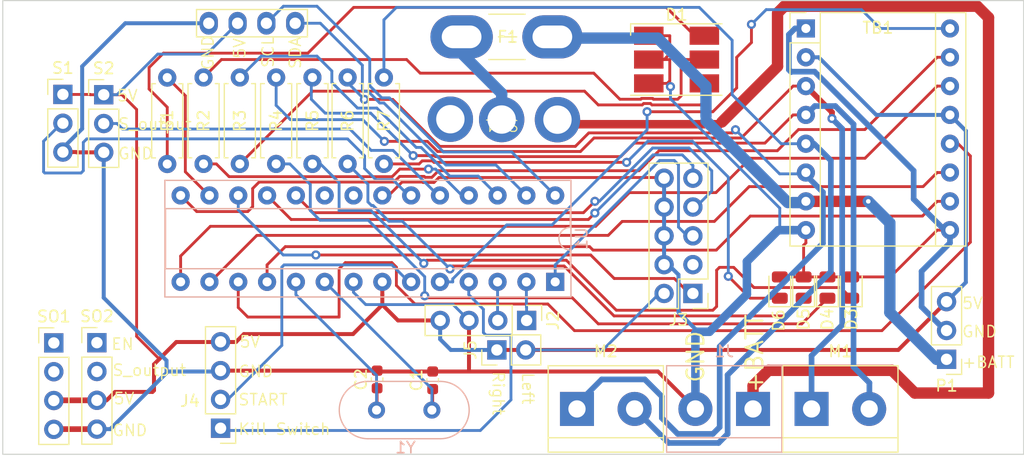
<source format=kicad_pcb>
(kicad_pcb (version 20241229) (generator "pcbnew") (generator_version "9.0")
  (layers (0 "F.Cu" signal) (2 "B.Cu" signal) (13 "F.Paste" user) (15 "B.Paste" user) (5 "F.SilkS" user "F.Silkscreen") (7 "B.SilkS" user "B.Silkscreen") (1 "F.Mask" user) (3 "B.Mask" user) (25 "Edge.Cuts" user))
  (net 0 "")
  (net 1 "GND")
  (net 2 "+5V")
  (net 3 "SCL")
  (net 4 "SDA")
  (net 5 "Net-(U1-XTAL1{slash}PB6)")
  (net 6 "Net-(U1-XTAL2{slash}PB7)")
  (net 7 "Net-(D1-BA)")
  (net 8 "Net-(D1-GA)")
  (net 9 "Net-(D1-RA)")
  (net 10 "Net-(D3-K)")
  (net 11 "Net-(D4-K)")
  (net 12 "Net-(D5-K)")
  (net 13 "Net-(D6-K)")
  (net 14 "Net-(F1-Pad1)")
  (net 15 "+BATT")
  (net 16 "Net-(J1-Pin_1)")
  (net 17 "Net-(J2-Pin_1)")
  (net 18 "Net-(J2-Pin_2)")
  (net 19 "MOSI")
  (net 21 "RST")
  (net 22 "SCK")
  (net 23 "MISO")
  (net 24 "KS")
  (net 25 "START")
  (net 26 "AO1")
  (net 27 "AO2")
  (net 28 "BO1")
  (net 29 "BO2")
  (net 30 "Red")
  (net 31 "Green")
  (net 32 "Blue")
  (net 33 "S1")
  (net 34 "S2")
  (net 35 "EN1")
  (net 36 "SO1")
  (net 37 "EN2")
  (net 38 "SO2")
  (net 39 "PWMA")
  (net 40 "PWMB")
  (net 41 "BIN1")
  (net 42 "BIN2")
  (net 43 "AIN1")
  (net 44 "AIN2")
  (footprint "Capacitor_SMD:C_0603_1608Metric" (layer "F.Cu") (at 144.5 112.275 90)
    (property "Reference" "C1")
    (property "Value" "22pF")
  )
  (footprint "Resistor_THT:R_Axial_DIN0207_L6.3mm_D2.5mm_P7.62mm_Horizontal" (layer "F.Cu") (at 127.5 93.2 90)
    (property "Reference" "R3")
    (property "Value" "220")
  )
  (footprint "TerminalBlock:TerminalBlock_bornier-2_P5.08mm" (layer "F.Cu") (at 157.22 114.8)
    (property "Reference" "M2")
    (property "Value" "Motor_DC")
  )
  (footprint "biblioteka_robocza:128x64OLED" (layer "F.Cu") (at 128.38 91.4)
    (property "Reference" "Brd1" (hide yes))
    (property "Value" "SSD1306")
  )
  (footprint "Connector_PinHeader_2.54mm:PinHeader_1x04_P2.54mm_Vertical" (layer "F.Cu") (at 111.1 108.98)
    (property "Reference" "SO1")
    (property "Value" "pololu 2578")
  )
  (footprint "Connector_PinHeader_2.54mm:PinHeader_1x02_P2.54mm_Vertical" (layer "F.Cu") (at 150.16 109.6 90)
    (property "Reference" "J5")
    (property "Value" "change_direction")
  )
  (footprint "Capacitor_SMD:C_0603_1608Metric" (layer "F.Cu") (at 139.6 112.2 90)
    (property "Reference" "C2")
    (property "Value" "22pF")
  )
  (footprint "Connector_PinHeader_2.54mm:PinHeader_1x03_P2.54mm_Vertical" (layer "F.Cu") (at 115.5 87.1)
    (property "Reference" "S2")
    (property "Value" "QTR-1A")
  )
  (footprint "Module:Pololu_Breakout-16_15.2x20.3mm" (layer "F.Cu") (at 177.4 81.26)
    (property "Reference" "TB1")
    (property "Value" "POLOLU-713")
  )
  (footprint "Resistor_THT:R_Axial_DIN0207_L6.3mm_D2.5mm_P7.62mm_Horizontal" (layer "F.Cu") (at 133.9 93.2 90)
    (property "Reference" "R5")
    (property "Value" "330")
  )
  (footprint "Connector_PinHeader_2.54mm:PinHeader_1x03_P2.54mm_Vertical" (layer "F.Cu") (at 111.9 87.075)
    (property "Reference" "S1")
    (property "Value" "QTR-1A")
  )
  (footprint "Connector_PinHeader_2.54mm:PinHeader_1x03_P2.54mm_Vertical" (layer "F.Cu") (at 189.8 110.425 180)
    (property "Reference" "P1")
    (property "Value" "pololu2119")
  )
  (footprint "Connector_PinHeader_2.54mm:PinHeader_2x05_P2.54mm_Vertical" (layer "F.Cu") (at 167.44 104.62 180)
    (property "Reference" "J3")
    (property "Value" "AVR-ISP-10")
  )
  (footprint "LED_SMD:LED_0805_2012Metric" (layer "F.Cu") (at 181.4 104.1 90)
    (property "Reference" "D3")
    (property "Value" "LED")
  )
  (footprint "biblioteka_robocza:On-On-Switch" (layer "F.Cu") (at 150.5817 89.2881 180)
    (property "Reference" "SW1")
    (property "Value" "SW_DIP_x01")
  )
  (footprint "Connector_PinHeader_2.54mm:PinHeader_1x04_P2.54mm_Vertical" (layer "F.Cu") (at 152.78 107 -90)
    (property "Reference" "J2")
    (property "Value" "uart1")
  )
  (footprint "Resistor_THT:R_Axial_DIN0207_L6.3mm_D2.5mm_P7.62mm_Horizontal" (layer "F.Cu") (at 124.3 85.58 -90)
    (property "Reference" "R2")
    (property "Value" "220")
  )
  (footprint "LED_SMD:LED_0805_2012Metric" (layer "F.Cu") (at 175.1 104.1 90)
    (property "Reference" "D6")
    (property "Value" "LED")
  )
  (footprint "LED_SMD:LED_RGB_Cree-PLCC-6_6x5mm_P2.1mm" (layer "F.Cu") (at 166 84)
    (property "Reference" "D1")
    (property "Value" "LED_RGB")
  )
  (footprint "Resistor_THT:R_Axial_DIN0207_L6.3mm_D2.5mm_P7.62mm_Horizontal" (layer "F.Cu") (at 121.1 93.21 90)
    (property "Reference" "R1")
    (property "Value" "220")
  )
  (footprint "Fuse:Fuse_Blade_Mini_directSolder" (layer "F.Cu") (at 147.05 82)
    (property "Reference" "F1")
    (property "Value" "~2.5A")
  )
  (footprint "Connector_PinHeader_2.54mm:PinHeader_1x04_P2.54mm_Vertical" (layer "F.Cu") (at 125.8 116.5 180)
    (property "Reference" "J4")
    (property "Value" "startmodule")
  )
  (footprint "Resistor_THT:R_Axial_DIN0207_L6.3mm_D2.5mm_P7.62mm_Horizontal" (layer "F.Cu") (at 140.2 93.2 90)
    (property "Reference" "R7")
    (property "Value" "330")
  )
  (footprint "Resistor_THT:R_Axial_DIN0207_L6.3mm_D2.5mm_P7.62mm_Horizontal" (layer "F.Cu") (at 137 93.2 90)
    (property "Reference" "R6")
    (property "Value" "330")
  )
  (footprint "LED_SMD:LED_0805_2012Metric" (layer "F.Cu") (at 179.3 104.1 90)
    (property "Reference" "D4")
    (property "Value" "LED")
  )
  (footprint "TerminalBlock:TerminalBlock_bornier-2_P5.08mm" (layer "F.Cu") (at 177.9 114.8)
    (property "Reference" "M1")
    (property "Value" "Motor_DC")
  )
  (footprint "LED_SMD:LED_0805_2012Metric" (layer "F.Cu") (at 177.2 104.1 90)
    (property "Reference" "D5")
    (property "Value" "LED")
  )
  (footprint "Resistor_THT:R_Axial_DIN0207_L6.3mm_D2.5mm_P7.62mm_Horizontal" (layer "F.Cu") (at 130.7 93.2 90)
    (property "Reference" "R4")
    (property "Value" "330")
  )
  (footprint "Connector_PinHeader_2.54mm:PinHeader_1x04_P2.54mm_Vertical" (layer "F.Cu") (at 114.9 108.96)
    (property "Reference" "SO2")
    (property "Value" "pololu 2578")
  )
  (footprint "Package_DIP:DIP-28_W7.62mm_Socket" (layer "B.Cu") (at 155.3 103.6 90)
    (property "Reference" "U1")
    (property "Value" "ATmega328-P")
  )
  (footprint "TerminalBlock:TerminalBlock_bornier-2_P5.08mm" (layer "B.Cu") (at 172.74 114.8 180)
    (property "Reference" "J1")
    (property "Value" "POWER_CONN")
  )
  (footprint "Crystal:Crystal_HC49-4H_Vertical" (layer "B.Cu") (at 139.55 114.9)
    (property "Reference" "Y1")
    (property "Value" "Crystal")
  )
  (gr_rect (start 106.6 78.8) (end 196.6 118.8) (stroke (width 0.1)) (fill no) (layer "Edge.Cuts"))
  (gr_text "SCL" (at 129.4 84.8 90) (layer "F.SilkS") (effects (font (size 1 1) (thickness 0.125)) (justify left top)))
  (gr_text "+BATT" (at 172 113.5 90) (layer "F.SilkS") (effects (font (size 1.5 1.5) (thickness 0.1875)) (justify left top)))
  (gr_text "GND" (at 116.2 116.1 0) (layer "F.SilkS") (effects (font (size 1 1) (thickness 0.125)) (justify left top)))
  (gr_text "5V" (at 126.9 84 90) (layer "F.SilkS") (effects (font (size 1 1) (thickness 0.125)) (justify left top)))
  (gr_text "5V" (at 127.4 108.3 0) (layer "F.SilkS") (effects (font (size 1 1) (thickness 0.125)) (justify left top)))
  (gr_text "S_output" (at 116.7 89.1 0) (layer "F.SilkS") (effects (font (size 1 1) (thickness 0.125)) (justify left top)))
  (gr_text "GND\n" (at 116.7 91.7 0) (layer "F.SilkS") (effects (font (size 1 1) (thickness 0.125)) (justify left top)))
  (gr_text "5V\n" (at 116.6 86.6 0) (layer "F.SilkS") (effects (font (size 1 1) (thickness 0.125)) (justify left top)))
  (gr_text "EN" (at 116.1 108.5 0) (layer "F.SilkS") (effects (font (size 1 1) (thickness 0.125)) (justify left top)))
  (gr_text "GND" (at 124.1 85 90) (layer "F.SilkS") (effects (font (size 1 1) (thickness 0.125)) (justify left top)))
  (gr_text "GND" (at 166.8 112.6 90) (layer "F.SilkS") (effects (font (size 1.5 1.5) (thickness 0.1875)) (justify left top)))
  (gr_text "GND" (at 191.1 107.4 0) (layer "F.SilkS") (effects (font (size 1 1) (thickness 0.125)) (justify left top)))
  (gr_text "Left" (at 152.3 111.5 270) (layer "F.SilkS") (effects (font (size 1 1) (thickness 0.125)) (justify left bottom)))
  (gr_text "5V" (at 116.3 113.3 0) (layer "F.SilkS") (effects (font (size 1 1) (thickness 0.125)) (justify left top)))
  (gr_text "START" (at 127.3 113.4 0) (layer "F.SilkS") (effects (font (size 1 1) (thickness 0.125)) (justify left top)))
  (gr_text "Kill Switch" (at 127.3 116 0) (layer "F.SilkS") (effects (font (size 1 1) (thickness 0.125)) (justify left top)))
  (gr_text "Right" (at 149.7 111.4 270) (layer "F.SilkS") (effects (font (size 1 1) (thickness 0.125)) (justify left bottom)))
  (gr_text "GND" (at 127.3 110.9 0) (layer "F.SilkS") (effects (font (size 1 1) (thickness 0.125)) (justify left top)))
  (gr_text "5V" (at 191.1 104.9 0) (layer "F.SilkS") (effects (font (size 1 1) (thickness 0.125)) (justify left top)))
  (gr_text "+BATT" (at 191.1 110.1 0) (layer "F.SilkS") (effects (font (size 1 1) (thickness 0.125)) (justify left top)))
  (gr_text "S_output" (at 116.2 110.8 0) (layer "F.SilkS") (effects (font (size 1 1) (thickness 0.125)) (justify left top)))
  (gr_text "SDA" (at 131.8 84.9 90) (layer "F.SilkS") (effects (font (size 1 1) (thickness 0.125)) (justify left top)))
  (segment (start 164.36 111.5) (end 147.7 111.5) (width 0.35) (layer "F.Cu") (net 1))
  (segment (start 140.06 95.98) (end 140.62 95.98) (width 0.25) (layer "F.Cu") (net 1))
  (segment (start 144.617801 94.8333) (end 145.051101 94.4) (width 0.25) (layer "F.Cu") (net 1))
  (segment (start 165.4 83.5) (end 164.9 84) (width 0.25) (layer "F.Cu") (net 1))
  (segment (start 163.55 81.9) (end 165.4 81.9) (width 0.25) (layer "F.Cu") (net 1))
  (segment (start 164.9 84) (end 164.3635 84) (width 0.25) (layer "F.Cu") (net 1))
  (segment (start 111.12 116.58) (end 111.1 116.6) (width 0.25) (layer "F.Cu") (net 1))
  (segment (start 167.66 114.8) (end 164.36 111.5) (width 0.35) (layer "F.Cu") (net 1))
  (segment (start 165.4 84) (end 165.4 85.8769) (width 0.25) (layer "F.Cu") (net 1))
  (segment (start 165.4 85.8769) (end 165.1769 86.1) (width 0.25) (layer "F.Cu") (net 1))
  (segment (start 184.8506 103.1625) (end 181.4 103.1625) (width 0.25) (layer "F.Cu") (net 1))
  (segment (start 165.4 81.9) (end 165.4 83.5) (width 0.25) (layer "F.Cu") (net 1))
  (segment (start 190.1 99.04) (end 188.9731 99.04) (width 0.25) (layer "F.Cu") (net 1))
  (segment (start 143.644399 94.8333) (end 144.617801 94.8333) (width 0.25) (layer "F.Cu") (net 1))
  (segment (start 177.2 103.1625) (end 179.3 103.1625) (width 0.25) (layer "F.Cu") (net 1))
  (segment (start 115.5 92.18) (end 113.1019 92.18) (width 0.35) (layer "F.Cu") (net 1))
  (segment (start 177.4 99.04) (end 177.4 100.1669) (width 0.25) (layer "F.Cu") (net 1))
  (segment (start 145.051101 94.4) (end 164.84 94.4) (width 0.25) (layer "F.Cu") (net 1))
  (segment (start 164.84 94.4) (end 164.9 94.46) (width 0.25) (layer "F.Cu") (net 1))
  (segment (start 177.4 100.1669) (end 177.2 100.3669) (width 0.25) (layer "F.Cu") (net 1))
  (segment (start 125.995 111.425) (end 125.8 111.62) (width 0.25) (layer "F.Cu") (net 1))
  (segment (start 188.9731 99.04) (end 184.8506 103.1625) (width 0.25) (layer "F.Cu") (net 1))
  (segment (start 163.55 86.1) (end 165.1769 86.1) (width 0.25) (layer "F.Cu") (net 1))
  (segment (start 144.5 111.5) (end 139.675 111.5) (width 0.35) (layer "F.Cu") (net 1))
  (segment (start 113.1019 92.18) (end 113.0769 92.155) (width 0.25) (layer "F.Cu") (net 1))
  (segment (start 147.7 107) (end 147.7 108.1769) (width 0.35) (layer "F.Cu") (net 1))
  (segment (start 147.7 111.5) (end 144.5 111.5) (width 0.35) (layer "F.Cu") (net 1))
  (segment (start 141.8 94.8) (end 143.611099 94.8) (width 0.25) (layer "F.Cu") (net 1))
  (segment (start 114.9 116.58) (end 111.12 116.58) (width 0.5) (layer "F.Cu") (net 1))
  (segment (start 165.1769 86.1) (end 165.4612 86.3843) (width 0.25) (layer "F.Cu") (net 1))
  (segment (start 164.3635 84) (end 165.4 84) (width 0.25) (layer "F.Cu") (net 1))
  (segment (start 147.7 108.1769) (end 147.7 111.5) (width 0.35) (layer "F.Cu") (net 1))
  (segment (start 111.9 92.155) (end 113.0769 92.155) (width 0.35) (layer "F.Cu") (net 1))
  (segment (start 163.55 84) (end 164.3635 84) (width 0.25) (layer "F.Cu") (net 1))
  (segment (start 139.675 111.5) (end 139.6 111.425) (width 0.25) (layer "F.Cu") (net 1))
  (segment (start 177.2 103.1625) (end 175.1 103.1625) (width 0.25) (layer "F.Cu") (net 1))
  (segment (start 140.62 95.98) (end 141.8 94.8) (width 0.25) (layer "F.Cu") (net 1))
  (segment (start 143.611099 94.8) (end 143.644399 94.8333) (width 0.25) (layer "F.Cu") (net 1))
  (segment (start 139.6 111.425) (end 125.995 111.425) (width 0.35) (layer "F.Cu") (net 1))
  (segment (start 111.1 116.6) (end 111.1 116.48) (width 0.25) (layer "F.Cu") (net 1))
  (segment (start 179.3 103.1625) (end 181.4 103.1625) (width 0.25) (layer "F.Cu") (net 1))
  (segment (start 177.2 100.3669) (end 177.2 103.1625) (width 0.25) (layer "F.Cu") (net 1))
  (via (at 165.4612 86.3843) (size 0.8) (drill 0.4) (layers "F.Cu" "B.Cu") (net 1))
  (segment (start 167.66 108.1) (end 167.66 107.76) (width 0.35) (layer "B.Cu") (net 1))
  (segment (start 176.132382 85.067618) (end 178.167618 85.067618) (width 0.5) (layer "B.Cu") (net 1))
  (segment (start 175.9 81.8) (end 175.9 84.9) (width 0.5) (layer "B.Cu") (net 1))
  (segment (start 137.52 104.52) (end 137.52 103.6) (width 0.25) (layer "B.Cu") (net 1))
  (segment (start 165.4612 86.3843) (end 165.4612 87.4612) (width 0.25) (layer "B.Cu") (net 1))
  (segment (start 168.9 108) (end 172.2 104.7) (width 0.75) (layer "B.Cu") (net 1))
  (segment (start 166.1701 102.9701) (end 165.28 102.08) (width 0.35) (layer "B.Cu") (net 1))
  (segment (start 146.3 105.6) (end 138.6 105.6) (width 0.25) (layer "B.Cu") (net 1))
  (segment (start 117.4 80.8) (end 124.76 80.8) (width 0.35) (layer "B.Cu") (net 1))
  (segment (start 167.76 108) (end 168.9 108) (width 0.75) (layer "B.Cu") (net 1))
  (segment (start 175.0975 97.0975) (end 175.0975 99.04) (width 0.25) (layer "B.Cu") (net 1))
  (segment (start 114.9 116.58) (end 116.0769 116.58) (width 0.35) (layer "B.Cu") (net 1))
  (segment (start 190.1 100.1669) (end 187.6 102.6669) (width 0.5) (layer "B.Cu") (net 1))
  (segment (start 164.9 97) (end 164.9 99.54) (width 0.35) (layer "B.Cu") (net 1))
  (segment (start 167.66 107.76) (end 166.1701 106.2701) (width 0.35) (layer "B.Cu") (net 1))
  (segment (start 186.9 96.3) (end 189.64 99.04) (width 0.5) (layer "B.Cu") (net 1))
  (segment (start 164.9 102.08) (end 165.28 102.08) (width 0.25) (layer "B.Cu") (net 1))
  (segment (start 167.66 108.1) (end 167.66 114.8) (width 0.75) (layer "B.Cu") (net 1))
  (segment (start 189.685 107.885) (end 189.8 107.885) (width 0.25) (layer "B.Cu") (net 1))
  (segment (start 187.6 102.6669) (end 187.6 105.8) (width 0.5) (layer "B.Cu") (net 1))
  (segment (start 167.66 108.1) (end 167.76 108) (width 0.75) (layer "B.Cu") (net 1))
  (segment (start 177.4 99.04) (end 176.2731 99.04) (width 0.75) (layer "B.Cu") (net 1))
  (segment (start 115.5 105) (end 121.0369 110.5369) (width 0.35) (layer "B.Cu") (net 1))
  (segment (start 186.9 93.8) (end 186.9 96.3) (width 0.5) (layer "B.Cu") (net 1))
  (segment (start 187.6 105.8) (end 189.685 107.885) (width 0.5) (layer "B.Cu") (net 1))
  (segment (start 176.1 85.1) (end 176.132382 85.067618) (width 0.5) (layer "B.Cu") (net 1))
  (segment (start 138.6 105.6) (end 137.52 104.52) (width 0.25) (layer "B.Cu") (net 1))
  (segment (start 113.6 84.6) (end 117.4 80.8) (width 0.35) (layer "B.Cu") (net 1))
  (segment (start 174.96 99.04) (end 175.0975 99.04) (width 0.75) (layer "B.Cu") (net 1))
  (segment (start 177.4 81.26) (end 176.44 81.26) (width 0.5) (layer "B.Cu") (net 1))
  (segment (start 111.9 92.155) (end 111.9 91.8) (width 0.25) (layer "B.Cu") (net 1))
  (segment (start 190.1 99.04) (end 190.1 100.1669) (width 0.5) (layer "B.Cu") (net 1))
  (segment (start 164.9 99.54) (end 164.9 100.9031) (width 0.35) (layer "B.Cu") (net 1))
  (segment (start 111.9 91.8) (end 113.6 90.1) (width 0.35) (layer "B.Cu") (net 1))
  (segment (start 121.0369 111.62) (end 116.0769 116.58) (width 0.35) (layer "B.Cu") (net 1))
  (segment (start 172.2 104.7) (end 172.2 101.8) (width 0.75) (layer "B.Cu") (net 1))
  (segment (start 125.8 111.62) (end 125.68 111.5) (width 0.25) (layer "B.Cu") (net 1))
  (segment (start 121.1569 111.5) (end 121.0369 111.62) (width 0.25) (layer "B.Cu") (net 1))
  (segment (start 164.9 94.46) (end 164.9 97) (width 0.35) (layer "B.Cu") (net 1))
  (segment (start 175.9 84.9) (end 176.1 85.1) (width 0.5) (layer "B.Cu") (net 1))
  (segment (start 113.6 90.1) (end 113.6 84.6) (width 0.35) (layer "B.Cu") (net 1))
  (segment (start 178.167618 85.067618) (end 186.9 93.8) (width 0.5) (layer "B.Cu") (net 1))
  (segment (start 121.0369 110.5369) (end 121.0369 111.62) (width 0.35) (layer "B.Cu") (net 1))
  (segment (start 175.0975 99.04) (end 176.2731 99.04) (width 0.75) (layer "B.Cu") (net 1))
  (segment (start 164.9 102.08) (end 164.9 100.9031) (width 0.35) (layer "B.Cu") (net 1))
  (segment (start 125.68 111.5) (end 121.1569 111.5) (width 0.35) (layer "B.Cu") (net 1))
  (segment (start 147.7 107) (end 146.3 105.6) (width 0.25) (layer "B.Cu") (net 1))
  (segment (start 172.2 101.8) (end 174.96 99.04) (width 0.75) (layer "B.Cu") (net 1))
  (segment (start 189.64 99.04) (end 190.1 99.04) (width 0.25) (layer "B.Cu") (net 1))
  (segment (start 176.44 81.26) (end 175.9 81.8) (width 0.5) (layer "B.Cu") (net 1))
  (segment (start 166.1701 106.2701) (end 166.1701 102.9701) (width 0.35) (layer "B.Cu") (net 1))
  (segment (start 115.5 92.18) (end 115.5 105) (width 0.35) (layer "B.Cu") (net 1))
  (segment (start 165.4612 87.4612) (end 175.0975 97.0975) (width 0.25) (layer "B.Cu") (net 1))
  (segment (start 120.4 110.4) (end 121.9 108.9) (width 0.35) (layer "F.Cu") (net 2))
  (segment (start 140.06 103.6) (end 140.06 104.7269) (width 0.35) (layer "F.Cu") (net 2))
  (segment (start 119.8 113.3) (end 116.5 113.3) (width 0.35) (layer "F.Cu") (net 2))
  (segment (start 140.06 105.6183) (end 141.4417 107) (width 0.35) (layer "F.Cu") (net 2))
  (segment (start 140.06 104.7269) (end 140.06 105.6183) (width 0.35) (layer "F.Cu") (net 2))
  (segment (start 137.4783 108.2) (end 140.06 105.6183) (width 0.35) (layer "F.Cu") (net 2))
  (segment (start 127.8569 108.2) (end 137.4783 108.2) (width 0.35) (layer "F.Cu") (net 2))
  (segment (start 127.1569 108.9) (end 127.8569 108.2) (width 0.35) (layer "F.Cu") (net 2))
  (segment (start 185.545 109.6) (end 189.8 105.345) (width 0.35) (layer "F.Cu") (net 2))
  (segment (start 121.9 108.9) (end 127.1569 108.9) (width 0.35) (layer "F.Cu") (net 2))
  (segment (start 114.2981 87.075) (end 114.3231 87.1) (width 0.25) (layer "F.Cu") (net 2))
  (segment (start 141.4417 107) (end 143.9831 107) (width 0.35) (layer "F.Cu") (net 2))
  (segment (start 111.12 114.04) (end 111.1 114.06) (width 0.25) (layer "F.Cu") (net 2))
  (segment (start 117.1 87.1) (end 115.5 87.1) (width 0.25) (layer "F.Cu") (net 2))
  (segment (start 111.1 114.06) (end 111.1 113.94) (width 0.25) (layer "F.Cu") (net 2))
  (segment (start 118.4 108.4) (end 118.4 88.4) (width 0.25) (layer "F.Cu") (net 2))
  (segment (start 150.16 109.6) (end 152.7 109.6) (width 0.35) (layer "F.Cu") (net 2))
  (segment (start 114.9 114.04) (end 111.12 114.04) (width 0.5) (layer "F.Cu") (net 2))
  (segment (start 118.4 88.4) (end 117.1 87.1) (width 0.25) (layer "F.Cu") (net 2))
  (segment (start 114.9 114.04) (end 115.76 114.04) (width 0.25) (layer "F.Cu") (net 2))
  (segment (start 116.5 113.3) (end 115.76 114.04) (width 0.35) (layer "F.Cu") (net 2))
  (segment (start 120.4 110.4) (end 118.4 108.4) (width 0.25) (layer "F.Cu") (net 2))
  (segment (start 120.4 110.4) (end 119.9315 110.8685) (width 0.35) (layer "F.Cu") (net 2))
  (segment (start 145.16 107) (end 143.9831 107) (width 0.35) (layer "F.Cu") (net 2))
  (segment (start 152.7 109.6) (end 185.545 109.6) (width 0.35) (layer "F.Cu") (net 2))
  (segment (start 119.9315 113.1685) (end 119.8 113.3) (width 0.35) (layer "F.Cu") (net 2))
  (segment (start 115.5 87.1) (end 114.3231 87.1) (width 0.25) (layer "F.Cu") (net 2))
  (segment (start 119.9315 110.8685) (end 119.9315 113.1685) (width 0.35) (layer "F.Cu") (net 2))
  (segment (start 111.9 87.075) (end 114.2981 87.075) (width 0.25) (layer "F.Cu") (net 2))
  (segment (start 124.6 83.5) (end 124.4 83.5) (width 0.25) (layer "B.Cu") (net 2))
  (segment (start 152.7 109.6) (end 159.5 109.6) (width 0.25) (layer "B.Cu") (net 2))
  (segment (start 145.16 107) (end 145.16 108.66) (width 0.35) (layer "B.Cu") (net 2))
  (segment (start 178.5269 83.8) (end 183.6069 88.88) (width 0.35) (layer "B.Cu") (net 2))
  (segment (start 191.5 90.28) (end 190.1 88.88) (width 0.35) (layer "B.Cu") (net 2))
  (segment (start 191.5 103.645) (end 191.5 90.28) (width 0.35) (layer "B.Cu") (net 2))
  (segment (start 145.16 108.66) (end 146.1 109.6) (width 0.35) (layer "B.Cu") (net 2))
  (segment (start 124.38 83.52) (end 120.2569 83.52) (width 0.25) (layer "B.Cu") (net 2))
  (segment (start 159.5 109.6) (end 164.48 104.62) (width 0.25) (layer "B.Cu") (net 2))
  (segment (start 116.6769 87.1) (end 115.5 87.1) (width 0.25) (layer "B.Cu") (net 2))
  (segment (start 146.1 109.6) (end 150.16 109.6) (width 0.35) (layer "B.Cu") (net 2))
  (segment (start 189.8 105.345) (end 191.5 103.645) (width 0.35) (layer "B.Cu") (net 2))
  (segment (start 124.4 83.5) (end 124.38 83.52) (width 0.25) (layer "B.Cu") (net 2))
  (segment (start 120.2569 83.52) (end 116.6769 87.1) (width 0.25) (layer "B.Cu") (net 2))
  (segment (start 177.4 83.8) (end 178.5269 83.8) (width 0.35) (layer "B.Cu") (net 2))
  (segment (start 164.48 104.62) (end 164.9 104.62) (width 0.25) (layer "B.Cu") (net 2))
  (segment (start 127.3 80.8) (end 124.6 83.5) (width 0.25) (layer "B.Cu") (net 2))
  (segment (start 183.6069 88.88) (end 190.1 88.88) (width 0.35) (layer "B.Cu") (net 2))
  (segment (start 138.9519 83.9519) (end 134.3 79.3) (width 0.25) (layer "B.Cu") (net 3))
  (segment (start 145.4488 92.1488) (end 140.6771 87.3771) (width 0.25) (layer "B.Cu") (net 3))
  (segment (start 134.3 79.3) (end 131.34 79.3) (width 0.25) (layer "B.Cu") (net 3))
  (segment (start 140.013496 87.3771) (end 138.976296 86.3399) (width 0.25) (layer "B.Cu") (net 3))
  (segment (start 140.6771 87.3771) (end 140.013496 87.3771) (width 0.25) (layer "B.Cu") (net 3))
  (segment (start 131.34 79.3) (end 129.84 80.8) (width 0.25) (layer "B.Cu") (net 3))
  (segment (start 155.3 95.98) (end 151.4688 92.1488) (width 0.25) (layer "B.Cu") (net 3))
  (segment (start 151.4688 92.1488) (end 145.4488 92.1488) (width 0.25) (layer "B.Cu") (net 3))
  (segment (start 138.9519 86.3399) (end 138.9519 83.9519) (width 0.25) (layer "B.Cu") (net 3))
  (segment (start 138.976296 86.3399) (end 138.9519 86.3399) (width 0.25) (layer "B.Cu") (net 3))
  (segment (start 134.6 80.8) (end 138.3 84.5) (width 0.25) (layer "B.Cu") (net 4))
  (segment (start 145.666896 93.2971) (end 150.0771 93.2971) (width 0.25) (layer "B.Cu") (net 4))
  (segment (start 138.3 86.696804) (end 138.393096 86.7899) (width 0.25) (layer "B.Cu") (net 4))
  (segment (start 138.393096 86.7899) (end 138.7899 86.7899) (width 0.25) (layer "B.Cu") (net 4))
  (segment (start 138.7899 86.7899) (end 139.8271 87.8271) (width 0.25) (layer "B.Cu") (net 4))
  (segment (start 140.196896 87.8271) (end 145.666896 93.2971) (width 0.25) (layer "B.Cu") (net 4))
  (segment (start 150.0771 93.2971) (end 152.76 95.98) (width 0.25) (layer "B.Cu") (net 4))
  (segment (start 138.3 84.5) (end 138.3 86.696804) (width 0.25) (layer "B.Cu") (net 4))
  (segment (start 132.38 80.8) (end 134.6 80.8) (width 0.25) (layer "B.Cu") (net 4))
  (segment (start 139.8271 87.8271) (end 140.196896 87.8271) (width 0.25) (layer "B.Cu") (net 4))
  (segment (start 144.5 114.83) (end 144.5 113.05) (width 0.25) (layer "F.Cu") (net 5))
  (segment (start 144.43 114.9) (end 144.5 114.83) (width 0.25) (layer "F.Cu") (net 5))
  (segment (start 142.78 111.4) (end 142.8 111.4) (width 0.25) (layer "B.Cu") (net 5))
  (segment (start 134.98 103.6) (end 142.78 111.4) (width 0.25) (layer "B.Cu") (net 5))
  (segment (start 144.43 113.03) (end 144.43 114.9) (width 0.25) (layer "B.Cu") (net 5))
  (segment (start 142.8 111.4) (end 144.43 113.03) (width 0.25) (layer "B.Cu") (net 5))
  (segment (start 139.55 114.9) (end 139.6 114.85) (width 0.25) (layer "F.Cu") (net 6))
  (segment (start 139.6 114.85) (end 139.6 112.975) (width 0.25) (layer "F.Cu") (net 6))
  (segment (start 132.44 103.6) (end 132.44 104.7269) (width 0.25) (layer "B.Cu") (net 6))
  (segment (start 139.55 114.9) (end 139.55 111.8369) (width 0.25) (layer "B.Cu") (net 6))
  (segment (start 139.55 111.8369) (end 132.44 104.7269) (width 0.25) (layer "B.Cu") (net 6))
  (segment (start 157.888 86.788) (end 133.912 86.788) (width 0.25) (layer "F.Cu") (net 7))
  (segment (start 168.45 86.1) (end 168.45 87.65) (width 0.25) (layer "F.Cu") (net 7))
  (segment (start 168.45 87.65) (end 168.1 88) (width 0.25) (layer "F.Cu") (net 7))
  (segment (start 163.099695 87.875) (end 162.974695 88) (width 0.25) (layer "F.Cu") (net 7))
  (segment (start 163.700305 87.875) (end 163.099695 87.875) (width 0.25) (layer "F.Cu") (net 7))
  (segment (start 133.912 86.788) (end 127.5 93.2) (width 0.25) (layer "F.Cu") (net 7))
  (segment (start 162.974695 88) (end 159.1 88) (width 0.25) (layer "F.Cu") (net 7))
  (segment (start 168.1 88) (end 163.825305 88) (width 0.25) (layer "F.Cu") (net 7))
  (segment (start 163.825305 88) (end 163.700305 87.875) (width 0.25) (layer "F.Cu") (net 7))
  (segment (start 159.1 88) (end 157.888 86.788) (width 0.25) (layer "F.Cu") (net 7))
  (segment (start 143.4 85.2) (end 158.7 85.2) (width 0.25) (layer "F.Cu") (net 8))
  (segment (start 166.1 87.5) (end 166.4 87.2) (width 0.25) (layer "F.Cu") (net 8))
  (segment (start 163.961701 87.5) (end 166.1 87.5) (width 0.25) (layer "F.Cu") (net 8))
  (segment (start 125.88 84) (end 142.2 84) (width 0.25) (layer "F.Cu") (net 8))
  (segment (start 161 87.5) (end 162.838299 87.5) (width 0.25) (layer "F.Cu") (net 8))
  (segment (start 166.8231 84) (end 168.45 84) (width 0.25) (layer "F.Cu") (net 8))
  (segment (start 142.2 84) (end 143.4 85.2) (width 0.25) (layer "F.Cu") (net 8))
  (segment (start 166.4 84.4231) (end 166.8231 84) (width 0.25) (layer "F.Cu") (net 8))
  (segment (start 162.913299 87.425) (end 163.886701 87.425) (width 0.25) (layer "F.Cu") (net 8))
  (segment (start 124.3 85.58) (end 125.88 84) (width 0.25) (layer "F.Cu") (net 8))
  (segment (start 166.4 87.2) (end 166.4 84.4231) (width 0.25) (layer "F.Cu") (net 8))
  (segment (start 158.7 85.2) (end 161 87.5) (width 0.25) (layer "F.Cu") (net 8))
  (segment (start 163.886701 87.425) (end 163.961701 87.5) (width 0.25) (layer "F.Cu") (net 8))
  (segment (start 162.838299 87.5) (end 162.913299 87.425) (width 0.25) (layer "F.Cu") (net 8))
  (segment (start 133.5022 83.4341) (end 120.7659 83.4341) (width 0.25) (layer "F.Cu") (net 9))
  (segment (start 167.6 81.9) (end 165.1 79.4) (width 0.25) (layer "F.Cu") (net 9))
  (segment (start 165.1 79.4) (end 137.5363 79.4) (width 0.25) (layer "F.Cu") (net 9))
  (segment (start 119.5 84.7) (end 119.5 86.6) (width 0.25) (layer "F.Cu") (net 9))
  (segment (start 168.45 81.9) (end 167.6 81.9) (width 0.25) (layer "F.Cu") (net 9))
  (segment (start 119.5 86.6) (end 121.1 88.2) (width 0.25) (layer "F.Cu") (net 9))
  (segment (start 121.1 88.2) (end 121.1 93.21) (width 0.25) (layer "F.Cu") (net 9))
  (segment (start 137.5363 79.4) (end 133.5022 83.4341) (width 0.25) (layer "F.Cu") (net 9))
  (segment (start 120.7659 83.4341) (end 119.5 84.7) (width 0.25) (layer "F.Cu") (net 9))
  (segment (start 171.0382 102.3192) (end 169.7808 102.3192) (width 0.25) (layer "F.Cu") (net 10))
  (segment (start 172.819 104.1) (end 171.0382 102.3192) (width 0.25) (layer "F.Cu") (net 10))
  (segment (start 169.5316 105.7684) (end 169.2 106.1) (width 0.25) (layer "F.Cu") (net 10))
  (segment (start 181.4 105.0375) (end 180.4625 104.1) (width 0.25) (layer "F.Cu") (net 10))
  (segment (start 160.6914 106.1) (end 156.2852 101.6938) (width 0.25) (layer "F.Cu") (net 10))
  (segment (start 143.9921 101.6938) (end 143.7153 101.9706) (width 0.25) (layer "F.Cu") (net 10))
  (segment (start 169.7808 102.3192) (end 169.5316 102.5684) (width 0.25) (layer "F.Cu") (net 10))
  (segment (start 180.4625 104.1) (end 172.819 104.1) (width 0.25) (layer "F.Cu") (net 10))
  (segment (start 169.5316 102.5684) (end 169.5316 105.7684) (width 0.25) (layer "F.Cu") (net 10))
  (segment (start 169.2 106.1) (end 160.6914 106.1) (width 0.25) (layer "F.Cu") (net 10))
  (segment (start 156.2852 101.6938) (end 143.9921 101.6938) (width 0.25) (layer "F.Cu") (net 10))
  (via (at 143.7153 101.9706) (size 0.8) (drill 0.4) (layers "F.Cu" "B.Cu") (net 10))
  (segment (start 136.25 97.3125) (end 139.0572 97.3125) (width 0.25) (layer "B.Cu") (net 10))
  (segment (start 136.25 94.85) (end 136.25 97.3125) (width 0.25) (layer "B.Cu") (net 10))
  (segment (start 134.6 93.2) (end 136.25 94.85) (width 0.25) (layer "B.Cu") (net 10))
  (segment (start 139.0572 97.3125) (end 143.7153 101.9706) (width 0.25) (layer "B.Cu") (net 10))
  (segment (start 133.9 93.2) (end 134.6 93.2) (width 0.25) (layer "B.Cu") (net 10))
  (segment (start 143.9731 105) (end 143.7963 104.8232) (width 0.25) (layer "F.Cu") (net 11))
  (segment (start 179.3 105.0375) (end 177.0375 107.3) (width 0.25) (layer "F.Cu") (net 11))
  (segment (start 177.0375 107.3) (end 159.1 107.3) (width 0.25) (layer "F.Cu") (net 11))
  (segment (start 156.8 105) (end 143.9731 105) (width 0.25) (layer "F.Cu") (net 11))
  (segment (start 159.1 107.3) (end 156.8 105) (width 0.25) (layer "F.Cu") (net 11))
  (via (at 143.7963 104.8232) (size 0.8) (drill 0.4) (layers "F.Cu" "B.Cu") (net 11))
  (segment (start 130.7 93.2) (end 131.9 93.2) (width 0.25) (layer "B.Cu") (net 11))
  (segment (start 138.8225 98.1656) (end 143.7963 103.1394) (width 0.25) (layer "B.Cu") (net 11))
  (segment (start 133.71 97.31) (end 134.5656 98.1656) (width 0.25) (layer "B.Cu") (net 11))
  (segment (start 131.9 93.2) (end 133.71 95.01) (width 0.25) (layer "B.Cu") (net 11))
  (segment (start 134.5656 98.1656) (end 138.8225 98.1656) (width 0.25) (layer "B.Cu") (net 11))
  (segment (start 133.71 95.01) (end 133.71 97.31) (width 0.25) (layer "B.Cu") (net 11))
  (segment (start 143.7963 103.1394) (end 143.7963 104.8232) (width 0.25) (layer "B.Cu") (net 11))
  (segment (start 177.2 105.0375) (end 175.6375 106.6) (width 0.25) (layer "F.Cu") (net 12))
  (segment (start 156.0867 102.2) (end 146.2827 102.2) (width 0.25) (layer "F.Cu") (net 12))
  (segment (start 146.2827 102.2) (end 146.0263 102.4564) (width 0.25) (layer "F.Cu") (net 12))
  (segment (start 175.6375 106.6) (end 160.4867 106.6) (width 0.25) (layer "F.Cu") (net 12))
  (segment (start 160.4867 106.6) (end 156.0867 102.2) (width 0.25) (layer "F.Cu") (net 12))
  (via (at 146.0263 102.4564) (size 0.8) (drill 0.4) (layers "F.Cu" "B.Cu") (net 12))
  (segment (start 137 93.2) (end 138.79 94.99) (width 0.25) (layer "B.Cu") (net 12))
  (segment (start 139.10565 96.8625) (end 139.243596 96.8625) (width 0.25) (layer "B.Cu") (net 12))
  (segment (start 138.79 96.54685) (end 139.10565 96.8625) (width 0.25) (layer "B.Cu") (net 12))
  (segment (start 140.636496 98.2554) (end 141.8253 98.2554) (width 0.25) (layer "B.Cu") (net 12))
  (segment (start 139.243596 96.8625) (end 140.636496 98.2554) (width 0.25) (layer "B.Cu") (net 12))
  (segment (start 141.8253 98.2554) (end 146.0263 102.4564) (width 0.25) (layer "B.Cu") (net 12))
  (segment (start 138.79 94.99) (end 138.79 96.54685) (width 0.25) (layer "B.Cu") (net 12))
  (segment (start 172.492 105.0375) (end 170.5601 103.1056) (width 0.25) (layer "F.Cu") (net 13))
  (segment (start 144.611204 93.0627) (end 144.479404 92.9309) (width 0.25) (layer "F.Cu") (net 13))
  (segment (start 161.5956 93.0627) (end 144.611204 93.0627) (width 0.25) (layer "F.Cu") (net 13))
  (segment (start 143.5767 92.9309) (end 143.3076 93.2) (width 0.25) (layer "F.Cu") (net 13))
  (segment (start 144.479404 92.9309) (end 143.5767 92.9309) (width 0.25) (layer "F.Cu") (net 13))
  (segment (start 175.1 105.0375) (end 172.492 105.0375) (width 0.25) (layer "F.Cu") (net 13))
  (segment (start 143.3076 93.2) (end 140.2 93.2) (width 0.25) (layer "F.Cu") (net 13))
  (via (at 161.5956 93.0627) (size 0.8) (drill 0.4) (layers "F.Cu" "B.Cu") (net 13))
  (via (at 170.5601 103.1056) (size 0.8) (drill 0.4) (layers "F.Cu" "B.Cu") (net 13))
  (segment (start 163.4583 91.2) (end 167.4 91.2) (width 0.25) (layer "B.Cu") (net 13))
  (segment (start 161.5956 93.0627) (end 163.4583 91.2) (width 0.25) (layer "B.Cu") (net 13))
  (segment (start 170.5601 94.3601) (end 170.5601 103.1056) (width 0.25) (layer "B.Cu") (net 13))
  (segment (start 167.4 91.2) (end 170.5601 94.3601) (width 0.25) (layer "B.Cu") (net 13))
  (segment (start 147.05 82) (end 147.05 83.45) (width 0.25) (layer "B.Cu") (net 14))
  (segment (start 147.05 83.45) (end 150.5817 86.9817) (width 1) (layer "B.Cu") (net 14))
  (segment (start 150.5817 86.9817) (end 150.5817 89.2881) (width 1) (layer "B.Cu") (net 14))
  (segment (start 177.4 96.5) (end 182.9 96.5) (width 1) (layer "F.Cu") (net 15))
  (via (at 182.9 96.5) (size 0.8) (drill 0.4) (layers "F.Cu" "B.Cu") (net 15))
  (segment (start 184.8 106.3) (end 184.8 98.4) (width 1) (layer "B.Cu") (net 15))
  (segment (start 154.98555 82.10865) (end 164.33555 82.10865) (width 1) (layer "B.Cu") (net 15))
  (segment (start 184.8 98.4) (end 182.9 96.5) (width 1) (layer "B.Cu") (net 15))
  (segment (start 168.59135 88.99135) (end 168.59135 89.39135) (width 0.75) (layer "B.Cu") (net 15))
  (segment (start 164.33555 82.10865) (end 168.59135 86.36445) (width 1) (layer "B.Cu") (net 15))
  (segment (start 176.20865 96.60865) (end 177.33555 96.60865) (width 1) (layer "B.Cu") (net 15))
  (segment (start 188.925 110.425) (end 184.8 106.3) (width 1) (layer "B.Cu") (net 15))
  (segment (start 189.8 110.425) (end 188.925 110.425) (width 1) (layer "B.Cu") (net 15))
  (segment (start 168.59135 89.39135) (end 175.80865 96.60865) (width 1) (layer "B.Cu") (net 15))
  (segment (start 175.80865 96.60865) (end 176.20865 96.60865) (width 0.75) (layer "B.Cu") (net 15))
  (segment (start 168.59135 86.36445) (end 168.59135 88.99135) (width 1) (layer "B.Cu") (net 15))
  (segment (start 174.9 84.6) (end 170 89.5) (width 1) (layer "F.Cu") (net 16))
  (segment (start 175 79.8) (end 174.9 79.9) (width 0.35) (layer "F.Cu") (net 16))
  (segment (start 169.8 89.7) (end 156.2202 89.7) (width 0.75) (layer "F.Cu") (net 16))
  (segment (start 172.74 114.8) (end 172.74 112.76) (width 1) (layer "F.Cu") (net 16))
  (segment (start 156.2202 89.7) (end 156.0202 89.5) (width 0.75) (layer "F.Cu") (net 16))
  (segment (start 155.8601 89.6601) (end 155.5 89.3) (width 0.25) (layer "F.Cu") (net 16))
  (segment (start 192.5 79.3) (end 175.5 79.3) (width 1) (layer "F.Cu") (net 16))
  (segment (start 174.9 79.9) (end 174.9 84.6) (width 1) (layer "F.Cu") (net 16))
  (segment (start 175.5 79.3) (end 175 79.8) (width 1) (layer "F.Cu") (net 16))
  (segment (start 174.1 111.4) (end 185 111.4) (width 1) (layer "F.Cu") (net 16))
  (segment (start 156.0202 89.5) (end 155.8601 89.6601) (width 0.35) (layer "F.Cu") (net 16))
  (segment (start 185 111.4) (end 187 113.4) (width 1) (layer "F.Cu") (net 16))
  (segment (start 170 89.5) (end 169.8 89.7) (width 0.75) (layer "F.Cu") (net 16))
  (segment (start 187 113.4) (end 193.5 113.4) (width 1) (layer "F.Cu") (net 16))
  (segment (start 172.74 112.76) (end 174.1 111.4) (width 1) (layer "F.Cu") (net 16))
  (segment (start 193.5 80.3) (end 192.5 79.3) (width 1) (layer "F.Cu") (net 16))
  (segment (start 193.5 113.4) (end 193.5 80.3) (width 1) (layer "F.Cu") (net 16))
  (segment (start 152.76 105.8031) (end 152.78 105.8231) (width 0.25) (layer "B.Cu") (net 17))
  (segment (start 152.76 103.6) (end 152.76 105.8031) (width 0.25) (layer "B.Cu") (net 17))
  (segment (start 152.78 107) (end 152.78 105.8231) (width 0.25) (layer "B.Cu") (net 17))
  (segment (start 150.22 103.6) (end 150.22 106.98) (width 0.25) (layer "B.Cu") (net 18))
  (segment (start 150.22 106.98) (end 150.24 107) (width 0.25) (layer "B.Cu") (net 18))
  (segment (start 160.5 103.3) (end 158.4275 101.2275) (width 0.25) (layer "F.Cu") (net 19))
  (segment (start 165.8 103.3) (end 160.5 103.3) (width 0.25) (layer "F.Cu") (net 19))
  (segment (start 158.4275 101.2275) (end 134.2017 101.2275) (width 0.25) (layer "F.Cu") (net 19))
  (segment (start 167.12 104.62) (end 165.8 103.3) (width 0.25) (layer "F.Cu") (net 19))
  (segment (start 167.44 104.62) (end 167.12 104.62) (width 0.25) (layer "F.Cu") (net 19))
  (via (at 134.2017 101.2275) (size 0.8) (drill 0.4) (layers "F.Cu" "B.Cu") (net 19))
  (segment (start 127.36 95.98) (end 127.36 97.26) (width 0.25) (layer "B.Cu") (net 19))
  (segment (start 131.3275 101.2275) (end 134.2017 101.2275) (width 0.25) (layer "B.Cu") (net 19))
  (segment (start 127.36 97.26) (end 131.3275 101.2275) (width 0.25) (layer "B.Cu") (net 19))
  (segment (start 155.3 103.6) (end 155.3 102.1) (width 0.25) (layer "B.Cu") (net 21))
  (segment (start 164.5 92.9) (end 165.8 92.9) (width 0.25) (layer "B.Cu") (net 21))
  (segment (start 166.94 99.54) (end 167.44 99.54) (width 0.25) (layer "B.Cu") (net 21))
  (segment (start 166.17 98.77) (end 166.94 99.54) (width 0.25) (layer "B.Cu") (net 21))
  (segment (start 166.17 93.27) (end 166.17 98.77) (width 0.25) (layer "B.Cu") (net 21))
  (segment (start 155.3 102.1) (end 164.5 92.9) (width 0.25) (layer "B.Cu") (net 21))
  (segment (start 165.8 92.9) (end 166.17 93.27) (width 0.25) (layer "B.Cu") (net 21))
  (segment (start 133.96 97.5) (end 157.7939 97.5) (width 0.25) (layer "F.Cu") (net 22))
  (segment (start 157.7939 97.5) (end 158.7977 96.4962) (width 0.25) (layer "F.Cu") (net 22))
  (segment (start 132.44 95.98) (end 133.96 97.5) (width 0.25) (layer "F.Cu") (net 22))
  (via (at 158.7977 96.4962) (size 0.8) (drill 0.4) (layers "F.Cu" "B.Cu") (net 22))
  (segment (start 167.7 97) (end 169.1 95.6) (width 0.25) (layer "B.Cu") (net 22))
  (segment (start 167.1 91.8) (end 163.8863 91.8) (width 0.25) (layer "B.Cu") (net 22))
  (segment (start 163.8863 91.8) (end 159.1901 96.4962) (width 0.25) (layer "B.Cu") (net 22))
  (segment (start 167.44 97) (end 167.7 97) (width 0.25) (layer "B.Cu") (net 22))
  (segment (start 169.1 95.6) (end 169.1 93.8) (width 0.25) (layer "B.Cu") (net 22))
  (segment (start 169.1 93.8) (end 167.1 91.8) (width 0.25) (layer "B.Cu") (net 22))
  (segment (start 159.1901 96.4962) (end 158.7977 96.4962) (width 0.25) (layer "B.Cu") (net 22))
  (segment (start 129.9 95.98) (end 132.02 98.1) (width 0.25) (layer "F.Cu") (net 23))
  (segment (start 132.02 98.1) (end 158.2254 98.1) (width 0.25) (layer "F.Cu") (net 23))
  (segment (start 158.2254 98.1) (end 158.7954 97.53) (width 0.25) (layer "F.Cu") (net 23))
  (via (at 158.7954 97.53) (size 0.8) (drill 0.4) (layers "F.Cu" "B.Cu") (net 23))
  (segment (start 158.7954 97.53) (end 163.9254 92.4) (width 0.25) (layer "B.Cu") (net 23))
  (segment (start 167.44 93.34) (end 167.44 94.46) (width 0.25) (layer "B.Cu") (net 23))
  (segment (start 163.9254 92.4) (end 166.5 92.4) (width 0.25) (layer "B.Cu") (net 23))
  (segment (start 166.5 92.4) (end 167.44 93.34) (width 0.25) (layer "B.Cu") (net 23))
  (segment (start 151.4 114) (end 151.4 108.3) (width 0.25) (layer "B.Cu") (net 24))
  (segment (start 147.68 104.7269) (end 147.68 103.6) (width 0.25) (layer "B.Cu") (net 24))
  (segment (start 151.4 108.3) (end 149.2 108.3) (width 0.25) (layer "B.Cu") (net 24))
  (segment (start 148.7 116.7) (end 151.4 114) (width 0.25) (layer "B.Cu") (net 24))
  (segment (start 125.8 116.7) (end 148.7 116.7) (width 0.25) (layer "B.Cu") (net 24))
  (segment (start 148.9699 106.0168) (end 147.68 104.7269) (width 0.25) (layer "B.Cu") (net 24))
  (segment (start 149.2 108.3) (end 148.9699 108.0699) (width 0.25) (layer "B.Cu") (net 24))
  (segment (start 148.9699 108.0699) (end 148.9699 106.0168) (width 0.25) (layer "B.Cu") (net 24))
  (segment (start 142.4 103.6) (end 142.6 103.6) (width 0.25) (layer "B.Cu") (net 25))
  (segment (start 131.2 102.3) (end 131.4 102.1) (width 0.25) (layer "B.Cu") (net 25))
  (segment (start 125.8 114.16) (end 125.8 113.96) (width 0.25) (layer "B.Cu") (net 25))
  (segment (start 140.9 102.1) (end 142.4 103.6) (width 0.25) (layer "B.Cu") (net 25))
  (segment (start 131.2 109.2) (end 131.2 102.3) (width 0.25) (layer "B.Cu") (net 25))
  (segment (start 131.4 102.1) (end 140.9 102.1) (width 0.25) (layer "B.Cu") (net 25))
  (segment (start 126.44 113.96) (end 131.2 109.2) (width 0.25) (layer "B.Cu") (net 25))
  (segment (start 125.8 113.96) (end 126.44 113.96) (width 0.25) (layer "B.Cu") (net 25))
  (segment (start 157.53 92.1034) (end 144.9274 92.1034) (width 0.25) (layer "F.Cu") (net 26))
  (segment (start 179.7 89.2) (end 179.7 88.64) (width 0.5) (layer "F.Cu") (net 26))
  (segment (start 144.0361 91.2121) (end 140.2421 91.2121) (width 0.25) (layer "F.Cu") (net 26))
  (segment (start 176.2731 86.34) (end 171.6987 90.9144) (width 0.25) (layer "F.Cu") (net 26))
  (segment (start 171.6987 90.9144) (end 158.719 90.9144) (width 0.25) (layer "F.Cu") (net 26))
  (segment (start 158.719 90.9144) (end 157.53 92.1034) (width 0.25) (layer "F.Cu") (net 26))
  (segment (start 179.7 88.64) (end 177.4 86.34) (width 0.5) (layer "F.Cu") (net 26))
  (segment (start 177.4 86.34) (end 176.2731 86.34) (width 0.25) (layer "F.Cu") (net 26))
  (segment (start 144.9274 92.1034) (end 144.0361 91.2121) (width 0.25) (layer "F.Cu") (net 26))
  (via (at 179.7 89.2) (size 0.8) (drill 0.4) (layers "F.Cu" "B.Cu") (net 26))
  (via (at 140.2421 91.2121) (size 0.8) (drill 0.4) (layers "F.Cu" "B.Cu") (net 26))
  (segment (start 179.7 89.2) (end 179.9 89.4) (width 0.25) (layer "B.Cu") (net 26))
  (segment (start 130.7 85.58) (end 130.7 88.04) (width 0.25) (layer "B.Cu") (net 26))
  (segment (start 177.9 110.1) (end 177.9 114.8) (width 0.5) (layer "B.Cu") (net 26))
  (segment (start 138.329 89.299) (end 140.2421 91.2121) (width 0.25) (layer "B.Cu") (net 26))
  (segment (start 131.959 89.299) (end 138.329 89.299) (width 0.25) (layer "B.Cu") (net 26))
  (segment (start 180.6 90.1) (end 180.6 107.4) (width 0.5) (layer "B.Cu") (net 26))
  (segment (start 180.6 107.4) (end 177.9 110.1) (width 0.5) (layer "B.Cu") (net 26))
  (segment (start 179.9 89.4) (end 180.6 90.1) (width 0.5) (layer "B.Cu") (net 26))
  (segment (start 130.7 88.04) (end 131.959 89.299) (width 0.25) (layer "B.Cu") (net 26))
  (segment (start 177.4 86.34) (end 177.34 86.4) (width 0.25) (layer "B.Cu") (net 26))
  (segment (start 173.7868 91.3663) (end 162.2641 91.3663) (width 0.25) (layer "F.Cu") (net 27))
  (segment (start 177.4 88.88) (end 176.2731 88.88) (width 0.25) (layer "F.Cu") (net 27))
  (segment (start 144.7417 92.5568) (end 144.6548 92.4699) (width 0.25) (layer "F.Cu") (net 27))
  (segment (start 144.6548 92.4699) (end 142.7797 92.4699) (width 0.25) (layer "F.Cu") (net 27))
  (segment (start 176.2731 88.88) (end 173.7868 91.3663) (width 0.25) (layer "F.Cu") (net 27))
  (segment (start 161.0736 92.5568) (end 144.7417 92.5568) (width 0.25) (layer "F.Cu") (net 27))
  (segment (start 162.2641 91.3663) (end 161.0736 92.5568) (width 0.25) (layer "F.Cu") (net 27))
  (via (at 142.7797 92.4699) (size 0.8) (drill 0.4) (layers "F.Cu" "B.Cu") (net 27))
  (segment (start 181.6 89.7) (end 181.6 111.1) (width 0.5) (layer "B.Cu") (net 27))
  (segment (start 178.18 88.1) (end 180 88.1) (width 0.5) (layer "B.Cu") (net 27))
  (segment (start 183 112.5) (end 183 114.78) (width 0.5) (layer "B.Cu") (net 27))
  (segment (start 183 114.78) (end 182.98 114.8) (width 0.25) (layer "B.Cu") (net 27))
  (segment (start 133.9 85.58) (end 133.9 86) (width 0.25) (layer "B.Cu") (net 27))
  (segment (start 180 88.1) (end 181.6 89.7) (width 0.5) (layer "B.Cu") (net 27))
  (segment (start 135.0271 88.7271) (end 139.0369 88.7271) (width 0.25) (layer "B.Cu") (net 27))
  (segment (start 133.8 87.5) (end 135.0271 88.7271) (width 0.25) (layer "B.Cu") (net 27))
  (segment (start 133.8 86.1) (end 133.8 87.5) (width 0.25) (layer "B.Cu") (net 27))
  (segment (start 133.9 86) (end 133.8 86.1) (width 0.25) (layer "B.Cu") (net 27))
  (segment (start 139.0369 88.7271) (end 142.7797 92.4699) (width 0.25) (layer "B.Cu") (net 27))
  (segment (start 181.6 111.1) (end 183 112.5) (width 0.5) (layer "B.Cu") (net 27))
  (segment (start 177.4 88.88) (end 178.18 88.1) (width 0.5) (layer "B.Cu") (net 27))
  (segment (start 145.1165 91.6534) (end 140.978 87.5149) (width 0.25) (layer "F.Cu") (net 28))
  (segment (start 140.978 87.5149) (end 138.4817 87.5149) (width 0.25) (layer "F.Cu") (net 28))
  (segment (start 158.2646 90.4644) (end 157.0756 91.6534) (width 0.25) (layer "F.Cu") (net 28))
  (segment (start 157.0756 91.6534) (end 145.1165 91.6534) (width 0.25) (layer "F.Cu") (net 28))
  (segment (start 170.9162 90.4644) (end 158.2646 90.4644) (width 0.25) (layer "F.Cu") (net 28))
  (segment (start 171.1931 90.1875) (end 170.9162 90.4644) (width 0.25) (layer "F.Cu") (net 28))
  (via (at 171.1931 90.1875) (size 0.8) (drill 0.4) (layers "F.Cu" "B.Cu") (net 28))
  (via (at 138.4817 87.5149) (size 0.8) (drill 0.4) (layers "F.Cu" "B.Cu") (net 28))
  (segment (start 164.7 113.7) (end 163.2 112.2) (width 0.5) (layer "B.Cu") (net 28))
  (segment (start 164.7 115.6) (end 164.7 113.7) (width 0.5) (layer "B.Cu") (net 28))
  (segment (start 177.4 94.1895) (end 178.9 95.6895) (width 0.5) (layer "B.Cu") (net 28))
  (segment (start 177.4 94.0747) (end 177.4 94.1895) (width 0.25) (layer "B.Cu") (net 28))
  (segment (start 137 86.0332) (end 137 85.58) (width 0.25) (layer "B.Cu") (net 28))
  (segment (start 169.8 109.3) (end 169.8 116.4) (width 0.5) (layer "B.Cu") (net 28))
  (segment (start 178.9 100.2) (end 169.8 109.3) (width 0.5) (layer "B.Cu") (net 28))
  (segment (start 169.2 117) (end 166.1 117) (width 0.5) (layer "B.Cu") (net 28))
  (segment (start 178.9 95.6895) (end 178.9 100.2) (width 0.5) (layer "B.Cu") (net 28))
  (segment (start 138.4817 87.5149) (end 137 86.0332) (width 0.25) (layer "B.Cu") (net 28))
  (segment (start 157.22 114.38) (end 157.22 114.8) (width 0.25) (layer "B.Cu") (net 28))
  (segment (start 177.4 93.96) (end 177.4 94.0747) (width 0.25) (layer "B.Cu") (net 28))
  (segment (start 169.8 116.4) (end 169.2 117) (width 0.5) (layer "B.Cu") (net 28))
  (segment (start 175.0803 94.0747) (end 171.1931 90.1875) (width 0.25) (layer "B.Cu") (net 28))
  (segment (start 177.4 94.0747) (end 175.0803 94.0747) (width 0.25) (layer "B.Cu") (net 28))
  (segment (start 166.1 117) (end 164.7 115.6) (width 0.5) (layer "B.Cu") (net 28))
  (segment (start 163.2 112.2) (end 159.4 112.2) (width 0.5) (layer "B.Cu") (net 28))
  (segment (start 159.4 112.2) (end 157.22 114.38) (width 0.5) (layer "B.Cu") (net 28))
  (segment (start 179.6 92.9) (end 179.6 102.7) (width 0.5) (layer "B.Cu") (net 29))
  (segment (start 169.7 117.8) (end 165.3 117.8) (width 0.5) (layer "B.Cu") (net 29))
  (segment (start 178.12 91.42) (end 179.6 92.9) (width 0.5) (layer "B.Cu") (net 29))
  (segment (start 170.9 87.1) (end 175.22 91.42) (width 0.25) (layer "B.Cu") (net 29))
  (segment (start 140.2 80.5) (end 141.3 79.4) (width 0.25) (layer "B.Cu") (net 29))
  (segment (start 170.5 117) (end 169.7 117.8) (width 0.5) (layer "B.Cu") (net 29))
  (segment (start 179.6 102.7) (end 170.5 111.8) (width 0.5) (layer "B.Cu") (net 29))
  (segment (start 168 79.4) (end 170.9 82.3) (width 0.25) (layer "B.Cu") (net 29))
  (segment (start 165.3 117.8) (end 162.3 114.8) (width 0.5) (layer "B.Cu") (net 29))
  (segment (start 141.3 79.4) (end 168 79.4) (width 0.25) (layer "B.Cu") (net 29))
  (segment (start 170.9 82.3) (end 170.9 87.1) (width 0.25) (layer "B.Cu") (net 29))
  (segment (start 170.5 111.8) (end 170.5 117) (width 0.5) (layer "B.Cu") (net 29))
  (segment (start 140.2 85.58) (end 140.2 80.5) (width 0.25) (layer "B.Cu") (net 29))
  (segment (start 177.4 91.42) (end 178.12 91.42) (width 0.25) (layer "B.Cu") (net 29))
  (segment (start 175.22 91.42) (end 177.4 91.42) (width 0.25) (layer "B.Cu") (net 29))
  (segment (start 122.695 87.185) (end 121.1 85.59) (width 0.25) (layer "F.Cu") (net 30))
  (segment (start 124.82 95.98) (end 124.78 95.98) (width 0.25) (layer "F.Cu") (net 30))
  (segment (start 122.695 93.895) (end 122.695 87.185) (width 0.25) (layer "F.Cu") (net 30))
  (segment (start 124.78 95.98) (end 122.695 93.895) (width 0.25) (layer "F.Cu") (net 30))
  (segment (start 140.9227 94.3269) (end 141.5913 93.6583) (width 0.25) (layer "F.Cu") (net 31))
  (segment (start 124.3 93.2) (end 125.4269 93.2) (width 0.25) (layer "F.Cu") (net 31))
  (segment (start 125.4269 93.2) (end 126.5538 94.3269) (width 0.25) (layer "F.Cu") (net 31))
  (segment (start 141.5913 93.6583) (end 144.1311 93.6583) (width 0.25) (layer "F.Cu") (net 31))
  (segment (start 126.5538 94.3269) (end 140.9227 94.3269) (width 0.25) (layer "F.Cu") (net 31))
  (via (at 144.1311 93.6583) (size 0.8) (drill 0.4) (layers "F.Cu" "B.Cu") (net 31))
  (segment (start 144.755304 93.6583) (end 144.1311 93.6583) (width 0.25) (layer "B.Cu") (net 31))
  (segment (start 147.68 95.98) (end 147.077004 95.98) (width 0.25) (layer "B.Cu") (net 31))
  (segment (start 147.077004 95.98) (end 144.755304 93.6583) (width 0.25) (layer "B.Cu") (net 31))
  (segment (start 135.61 85.01) (end 135.61 86.0144) (width 0.25) (layer "B.Cu") (net 32))
  (segment (start 143.0449 91.7449) (end 143.4783 91.7449) (width 0.25) (layer "B.Cu") (net 32))
  (segment (start 146.0095 94.2761) (end 148.5161 94.2761) (width 0.25) (layer "B.Cu") (net 32))
  (segment (start 127.5 85.58) (end 129.38 83.7) (width 0.25) (layer "B.Cu") (net 32))
  (segment (start 129.38 83.7) (end 134.3 83.7) (width 0.25) (layer "B.Cu") (net 32))
  (segment (start 148.5161 94.2761) (end 150.22 95.98) (width 0.25) (layer "B.Cu") (net 32))
  (segment (start 137.8727 88.2771) (end 139.5771 88.2771) (width 0.25) (layer "B.Cu") (net 32))
  (segment (start 134.3 83.7) (end 135.61 85.01) (width 0.25) (layer "B.Cu") (net 32))
  (segment (start 135.61 86.0144) (end 137.8727 88.2771) (width 0.25) (layer "B.Cu") (net 32))
  (segment (start 143.4783 91.7449) (end 146.0095 94.2761) (width 0.25) (layer "B.Cu") (net 32))
  (segment (start 139.5771 88.2771) (end 143.0449 91.7449) (width 0.25) (layer "B.Cu") (net 32))
  (segment (start 111.785 89.615) (end 111.9 89.615) (width 0.25) (layer "B.Cu") (net 33))
  (segment (start 113.7 91.3) (end 113.7 93.8) (width 0.25) (layer "B.Cu") (net 33))
  (segment (start 136.9932 90.9932) (end 114.0068 90.9932) (width 0.25) (layer "B.Cu") (net 33))
  (segment (start 142.6 95.98) (end 142.38 95.98) (width 0.25) (layer "B.Cu") (net 33))
  (segment (start 141 94.6) (end 139.5 94.6) (width 0.25) (layer "B.Cu") (net 33))
  (segment (start 113.5 94) (end 110.3 94) (width 0.25) (layer "B.Cu") (net 33))
  (segment (start 110.2 93.9) (end 110.2 91.2) (width 0.25) (layer "B.Cu") (net 33))
  (segment (start 138.5 93.6) (end 138.5 92.5) (width 0.25) (layer "B.Cu") (net 33))
  (segment (start 139.5 94.6) (end 138.5 93.6) (width 0.25) (layer "B.Cu") (net 33))
  (segment (start 113.7 93.8) (end 113.5 94) (width 0.25) (layer "B.Cu") (net 33))
  (segment (start 138.5 92.5) (end 136.9932 90.9932) (width 0.25) (layer "B.Cu") (net 33))
  (segment (start 142.38 95.98) (end 141 94.6) (width 0.25) (layer "B.Cu") (net 33))
  (segment (start 110.2 91.2) (end 111.785 89.615) (width 0.25) (layer "B.Cu") (net 33))
  (segment (start 110.3 94) (end 110.2 93.9) (width 0.25) (layer "B.Cu") (net 33))
  (segment (start 114.0068 90.9932) (end 113.7 91.3) (width 0.25) (layer "B.Cu") (net 33))
  (segment (start 144.98 95.98) (end 141.0061 92.0061) (width 0.25) (layer "B.Cu") (net 34))
  (segment (start 117.1645 90.1276) (end 116.6769 89.64) (width 0.25) (layer "B.Cu") (net 34))
  (segment (start 139.0746 92.0061) (end 137.1961 90.1276) (width 0.25) (layer "B.Cu") (net 34))
  (segment (start 141.0061 92.0061) (end 139.0746 92.0061) (width 0.25) (layer "B.Cu") (net 34))
  (segment (start 137.1961 90.1276) (end 117.1645 90.1276) (width 0.25) (layer "B.Cu") (net 34))
  (segment (start 145.14 95.98) (end 144.98 95.98) (width 0.25) (layer "B.Cu") (net 34))
  (segment (start 116.6769 89.64) (end 115.5 89.64) (width 0.25) (layer "B.Cu") (net 34))
  (segment (start 171.3 86.5) (end 169.2 88.6) (width 0.25) (layer "F.Cu") (net 39))
  (segment (start 172.6 80.9) (end 172.6 82.5) (width 0.25) (layer "F.Cu") (net 39))
  (segment (start 171.3 83.8) (end 171.3 86.5) (width 0.25) (layer "F.Cu") (net 39))
  (segment (start 169.2 88.6) (end 163.4 88.6) (width 0.25) (layer "F.Cu") (net 39))
  (segment (start 172.6 82.5) (end 171.3 83.8) (width 0.25) (layer "F.Cu") (net 39))
  (via (at 172.6 80.9) (size 0.8) (drill 0.4) (layers "F.Cu" "B.Cu") (net 39))
  (via (at 163.4 88.6) (size 0.8) (drill 0.4) (layers "F.Cu" "B.Cu") (net 39))
  (segment (start 151.0314 98.574) (end 146.2669 103.3385) (width 0.25) (layer "B.Cu") (net 39))
  (segment (start 146.2669 103.3385) (end 146.2669 103.6) (width 0.25) (layer "B.Cu") (net 39))
  (segment (start 183.96 81.26) (end 190.1 81.26) (width 0.25) (layer "B.Cu") (net 39))
  (segment (start 155.026 98.574) (end 151.0314 98.574) (width 0.25) (layer "B.Cu") (net 39))
  (segment (start 163.4 90.2) (end 155.026 98.574) (width 0.25) (layer "B.Cu") (net 39))
  (segment (start 172.6 80.9) (end 173.9 79.6) (width 0.25) (layer "B.Cu") (net 39))
  (segment (start 163.4 88.6) (end 163.4 90.2) (width 0.25) (layer "B.Cu") (net 39))
  (segment (start 182.3 79.6) (end 183.96 81.26) (width 0.25) (layer "B.Cu") (net 39))
  (segment (start 146.2669 103.6) (end 145.14 103.6) (width 0.25) (layer "B.Cu") (net 39))
  (segment (start 173.9 79.6) (end 182.3 79.6) (width 0.25) (layer "B.Cu") (net 39))
  (segment (start 131.5063 100.4937) (end 129.9 102.1) (width 0.25) (layer "F.Cu") (net 40))
  (segment (start 129.9 102.1) (end 129.9 103.6) (width 0.25) (layer "F.Cu") (net 40))
  (segment (start 188.9731 96.5) (end 187.6731 97.8) (width 0.25) (layer "F.Cu") (net 40))
  (segment (start 169.5 100.8) (end 158.636396 100.8) (width 0.25) (layer "F.Cu") (net 40))
  (segment (start 187.6731 97.8) (end 172.5 97.8) (width 0.25) (layer "F.Cu") (net 40))
  (segment (start 190.1 96.5) (end 188.9731 96.5) (width 0.25) (layer "F.Cu") (net 40))
  (segment (start 158.330096 100.4937) (end 131.5063 100.4937) (width 0.25) (layer "F.Cu") (net 40))
  (segment (start 158.636396 100.8) (end 158.330096 100.4937) (width 0.25) (layer "F.Cu") (net 40))
  (segment (start 172.5 97.8) (end 169.5 100.8) (width 0.25) (layer "F.Cu") (net 40))
  (segment (start 136.8 101.9) (end 140.9 101.9) (width 0.25) (layer "F.Cu") (net 41))
  (segment (start 141.3 102.3) (end 141.3 103.9154) (width 0.25) (layer "F.Cu") (net 41))
  (segment (start 190.82 91.42) (end 190.1 91.42) (width 0.25) (layer "F.Cu") (net 41))
  (segment (start 157 107.9) (end 184.1 107.9) (width 0.25) (layer "F.Cu") (net 41))
  (segment (start 142.9347 105.5501) (end 154.6501 105.5501) (width 0.25) (layer "F.Cu") (net 41))
  (segment (start 127.36 103.6) (end 127.36 105.86) (width 0.25) (layer "F.Cu") (net 41))
  (segment (start 141.3 103.9154) (end 142.9347 105.5501) (width 0.25) (layer "F.Cu") (net 41))
  (segment (start 140.9 101.9) (end 141.3 102.3) (width 0.25) (layer "F.Cu") (net 41))
  (segment (start 127.36 105.86) (end 128.2 106.7) (width 0.25) (layer "F.Cu") (net 41))
  (segment (start 136.25 102.45) (end 136.8 101.9) (width 0.25) (layer "F.Cu") (net 41))
  (segment (start 154.6501 105.5501) (end 157 107.9) (width 0.25) (layer "F.Cu") (net 41))
  (segment (start 128.2 106.7) (end 136.25 106.7) (width 0.25) (layer "F.Cu") (net 41))
  (segment (start 184.1 107.9) (end 191.9 100.1) (width 0.25) (layer "F.Cu") (net 41))
  (segment (start 136.25 106.7) (end 136.25 102.45) (width 0.25) (layer "F.Cu") (net 41))
  (segment (start 191.9 100.1) (end 191.9 92.5) (width 0.25) (layer "F.Cu") (net 41))
  (segment (start 191.9 92.5) (end 190.82 91.42) (width 0.25) (layer "F.Cu") (net 41))
  (segment (start 172.4 95.2) (end 187.7331 95.2) (width 0.25) (layer "F.Cu") (net 42))
  (segment (start 187.7331 95.2) (end 188.9731 93.96) (width 0.25) (layer "F.Cu") (net 42))
  (segment (start 159.9746 99.5) (end 161.2046 98.27) (width 0.25) (layer "F.Cu") (net 42))
  (segment (start 169.33 98.27) (end 172.4 95.2) (width 0.25) (layer "F.Cu") (net 42))
  (segment (start 124.9 103.6) (end 129 99.5) (width 0.25) (layer "F.Cu") (net 42))
  (segment (start 161.2046 98.27) (end 169.33 98.27) (width 0.25) (layer "F.Cu") (net 42))
  (segment (start 188.9731 93.96) (end 190.1 93.96) (width 0.25) (layer "F.Cu") (net 42))
  (segment (start 124.82 103.6) (end 124.9 103.6) (width 0.25) (layer "F.Cu") (net 42))
  (segment (start 129 99.5) (end 159.9746 99.5) (width 0.25) (layer "F.Cu") (net 42))
  (segment (start 169.47 95.73) (end 172.5 92.7) (width 0.25) (layer "F.Cu") (net 43))
  (segment (start 188.9731 86.34) (end 190.1 86.34) (width 0.25) (layer "F.Cu") (net 43))
  (segment (start 124.9 98.7) (end 158.8707 98.7) (width 0.25) (layer "F.Cu") (net 43))
  (segment (start 172.5 92.7) (end 182.6131 92.7) (width 0.25) (layer "F.Cu") (net 43))
  (segment (start 122.28 103.6) (end 122.28 101.32) (width 0.25) (layer "F.Cu") (net 43))
  (segment (start 182.6131 92.7) (end 188.9731 86.34) (width 0.25) (layer "F.Cu") (net 43))
  (segment (start 161.8407 95.73) (end 169.47 95.73) (width 0.25) (layer "F.Cu") (net 43))
  (segment (start 122.28 101.32) (end 124.9 98.7) (width 0.25) (layer "F.Cu") (net 43))
  (segment (start 158.8707 98.7) (end 161.8407 95.73) (width 0.25) (layer "F.Cu") (net 43))
  (segment (start 188.9731 83.8) (end 190.1 83.8) (width 0.25) (layer "F.Cu") (net 44))
  (segment (start 145.014705 93.8) (end 162.6884 93.8) (width 0.25) (layer "F.Cu") (net 44))
  (segment (start 182.6024 90.1707) (end 188.9731 83.8) (width 0.25) (layer "F.Cu") (net 44))
  (segment (start 162.6884 93.8) (end 164.451 92.0374) (width 0.25) (layer "F.Cu") (net 44))
  (segment (start 176.7484 90.1707) (end 182.6024 90.1707) (width 0.25) (layer "F.Cu") (net 44))
  (segment (start 174.8817 92.0374) (end 176.7484 90.1707) (width 0.25) (layer "F.Cu") (net 44))
  (segment (start 122.28 95.98) (end 123.7 97.4) (width 0.25) (layer "F.Cu") (net 44))
  (segment (start 128.63 96.97) (end 128.63 95.37) (width 0.25) (layer "F.Cu") (net 44))
  (segment (start 143.830795 94.3833) (end 144.431405 94.3833) (width 0.25) (layer "F.Cu") (net 44))
  (segment (start 141.5887 94.3) (end 143.747495 94.3) (width 0.25) (layer "F.Cu") (net 44))
  (segment (start 128.2 97.4) (end 128.63 96.97) (width 0.25) (layer "F.Cu") (net 44))
  (segment (start 144.431405 94.3833) (end 145.014705 93.8) (width 0.25) (layer "F.Cu") (net 44))
  (segment (start 123.7 97.4) (end 128.2 97.4) (width 0.25) (layer "F.Cu") (net 44))
  (segment (start 141.0887 94.8) (end 141.5887 94.3) (width 0.25) (layer "F.Cu") (net 44))
  (segment (start 143.747495 94.3) (end 143.830795 94.3833) (width 0.25) (layer "F.Cu") (net 44))
  (segment (start 164.451 92.0374) (end 174.8817 92.0374) (width 0.25) (layer "F.Cu") (net 44))
  (segment (start 128.63 95.37) (end 129.2 94.8) (width 0.25) (layer "F.Cu") (net 44))
  (segment (start 129.2 94.8) (end 141.0887 94.8) (width 0.25) (layer "F.Cu") (net 44))
)
</source>
